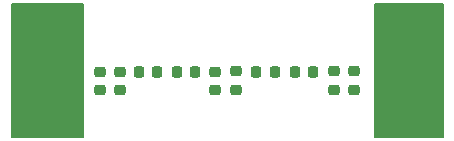
<source format=gbr>
%TF.GenerationSoftware,KiCad,Pcbnew,(6.0.10)*%
%TF.CreationDate,2023-05-27T15:44:21+03:00*%
%TF.ProjectId,BPF_5,4250465f-352e-46b6-9963-61645f706362,rev?*%
%TF.SameCoordinates,Original*%
%TF.FileFunction,Soldermask,Top*%
%TF.FilePolarity,Negative*%
%FSLAX46Y46*%
G04 Gerber Fmt 4.6, Leading zero omitted, Abs format (unit mm)*
G04 Created by KiCad (PCBNEW (6.0.10)) date 2023-05-27 15:44:21*
%MOMM*%
%LPD*%
G01*
G04 APERTURE LIST*
G04 Aperture macros list*
%AMRoundRect*
0 Rectangle with rounded corners*
0 $1 Rounding radius*
0 $2 $3 $4 $5 $6 $7 $8 $9 X,Y pos of 4 corners*
0 Add a 4 corners polygon primitive as box body*
4,1,4,$2,$3,$4,$5,$6,$7,$8,$9,$2,$3,0*
0 Add four circle primitives for the rounded corners*
1,1,$1+$1,$2,$3*
1,1,$1+$1,$4,$5*
1,1,$1+$1,$6,$7*
1,1,$1+$1,$8,$9*
0 Add four rect primitives between the rounded corners*
20,1,$1+$1,$2,$3,$4,$5,0*
20,1,$1+$1,$4,$5,$6,$7,0*
20,1,$1+$1,$6,$7,$8,$9,0*
20,1,$1+$1,$8,$9,$2,$3,0*%
G04 Aperture macros list end*
%ADD10C,0.150000*%
%ADD11R,5.080000X1.500000*%
%ADD12RoundRect,0.218750X0.256250X-0.218750X0.256250X0.218750X-0.256250X0.218750X-0.256250X-0.218750X0*%
%ADD13RoundRect,0.218750X-0.218750X-0.256250X0.218750X-0.256250X0.218750X0.256250X-0.218750X0.256250X0*%
%ADD14RoundRect,0.225000X-0.250000X0.225000X-0.250000X-0.225000X0.250000X-0.225000X0.250000X0.225000X0*%
%ADD15RoundRect,0.225000X0.225000X0.250000X-0.225000X0.250000X-0.225000X-0.250000X0.225000X-0.250000X0*%
G04 APERTURE END LIST*
D10*
X130500000Y-75750000D02*
X124500000Y-75750000D01*
X124500000Y-75750000D02*
X124500000Y-87000000D01*
X124500000Y-87000000D02*
X130500000Y-87000000D01*
X130500000Y-87000000D02*
X130500000Y-75750000D01*
G36*
X130500000Y-75750000D02*
G01*
X124500000Y-75750000D01*
X124500000Y-87000000D01*
X130500000Y-87000000D01*
X130500000Y-75750000D01*
G37*
X161000000Y-75750000D02*
X155250000Y-75750000D01*
X155250000Y-75750000D02*
X155250000Y-87000000D01*
X155250000Y-87000000D02*
X161000000Y-87000000D01*
X161000000Y-87000000D02*
X161000000Y-75750000D01*
G36*
X161000000Y-75750000D02*
G01*
X155250000Y-75750000D01*
X155250000Y-87000000D01*
X161000000Y-87000000D01*
X161000000Y-75750000D01*
G37*
D11*
%TO.C,J2*%
X158250000Y-77250000D03*
X158250000Y-85750000D03*
X158250000Y-81500000D03*
%TD*%
%TO.C,J1*%
X127250000Y-81500000D03*
X127250000Y-77250000D03*
X127250000Y-85750000D03*
%TD*%
D12*
%TO.C,L5*%
X153500000Y-83037500D03*
X153500000Y-81462500D03*
%TD*%
D13*
%TO.C,L4*%
X145212500Y-81500000D03*
X146787500Y-81500000D03*
%TD*%
D12*
%TO.C,L3*%
X141750000Y-81500000D03*
X141750000Y-83075000D03*
%TD*%
D13*
%TO.C,L2*%
X135250000Y-81500000D03*
X136825000Y-81500000D03*
%TD*%
D12*
%TO.C,L1*%
X131950000Y-83075000D03*
X131950000Y-81500000D03*
%TD*%
D14*
%TO.C,C5*%
X151750000Y-81475000D03*
X151750000Y-83025000D03*
%TD*%
D15*
%TO.C,C4*%
X148475000Y-81500000D03*
X150025000Y-81500000D03*
%TD*%
D14*
%TO.C,C3*%
X143500000Y-81475000D03*
X143500000Y-83025000D03*
%TD*%
D15*
%TO.C,C2*%
X140050000Y-81500000D03*
X138500000Y-81500000D03*
%TD*%
D14*
%TO.C,C1*%
X133700000Y-81512500D03*
X133700000Y-83062500D03*
%TD*%
M02*

</source>
